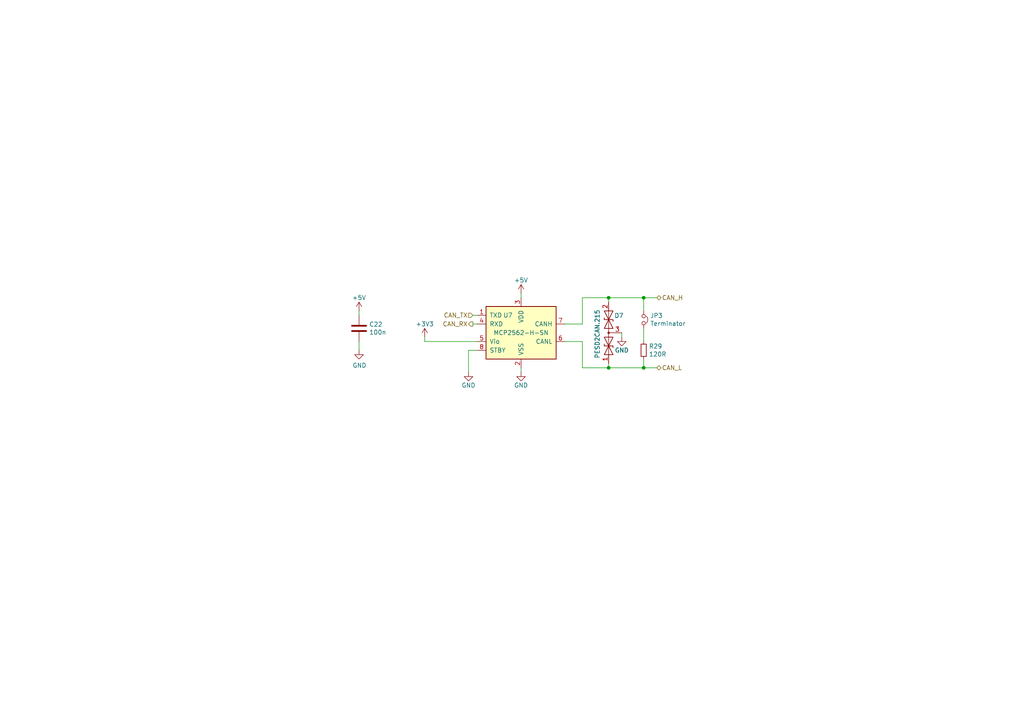
<source format=kicad_sch>
(kicad_sch (version 20230121) (generator eeschema)
  (paper "A4")
  (title_block (title "CAN Transceiver") (date "2023-04-22") (rev "2.0") (company "S. Sambor") (comment 1 "J. Jurczak") (comment 2 "P. Gawron") (comment 3 "I. Kajdan"))
  (lib_symbols
    (symbol "D_TVS_x2_AAC:D_TVS_x2_AAC-Device" (pin_names (offset 1.016) hide)
      (property "Reference" "D" (at 0 4.445 0))
      (property "Value" "D_TVS_x2_AAC-Device" (at 0 2.54 0))
      (symbol "D_TVS_x2_AAC-Device_0_0"
        (polyline (pts (xy 0 -1.27) (xy 0 0)))
      )
      (symbol "D_TVS_x2_AAC-Device_0_1"
        (polyline (pts (xy -6.35 0) (xy 6.35 0)))
        (polyline (pts (xy -3.302 1.27) (xy -3.81 1.27) (xy -3.81 -1.27) (xy -4.318 -1.27)) (stroke (width 0.2032)))
        (polyline (pts (xy 4.318 1.27) (xy 3.81 1.27) (xy 3.81 -1.27) (xy 3.302 -1.27)) (stroke (width 0.2032)))
        (polyline (pts (xy -6.35 -1.27) (xy -1.27 1.27) (xy -1.27 -1.27) (xy -6.35 1.27) (xy -6.35 -1.27)) (stroke (width 0.2032)))
        (polyline (pts (xy 1.27 -1.27) (xy 1.27 1.27) (xy 6.35 -1.27) (xy 6.35 1.27) (xy 1.27 -1.27)) (stroke (width 0.2032)))
        (circle (center 0 0) (radius 0.254) (fill (type outline)))
      )
      (symbol "D_TVS_x2_AAC-Device_1_1"
        (pin passive line (at -8.89 0 0) (length 2.54) (name "A1") (number "1"))
        (pin passive line (at 8.89 0 180) (length 2.54) (name "A2") (number "2"))
        (pin input line (at 0 -3.81 90) (length 2.54) (name "common") (number "3"))
      )
    )
    (symbol "Device:C" (pin_numbers hide) (pin_names (offset 0.254))
      (property "Reference" "C" (at 0.635 2.54 0))
      (property "Value" "C" (at 0.635 -2.54 0))
      (symbol "C_0_1"
        (polyline (pts (xy -2.032 -0.762) (xy 2.032 -0.762)) (stroke (width 0.508)))
        (polyline (pts (xy -2.032 0.762) (xy 2.032 0.762)) (stroke (width 0.508)))
      )
      (symbol "C_1_1"
        (pin passive line (at 0 3.81 270) (length 2.794) (name "~") (number "1"))
        (pin passive line (at 0 -3.81 90) (length 2.794) (name "~") (number "2"))
      )
    )
    (symbol "Device:R_Small" (pin_numbers hide) (pin_names (offset 0.254) hide)
      (property "Reference" "R" (at 0.762 0.508 0))
      (property "Value" "R_Small" (at 0.762 -1.016 0))
      (symbol "R_Small_0_1"
        (rectangle (start -0.762 1.778) (end 0.762 -1.778) (stroke (width 0.2032)))
      )
      (symbol "R_Small_1_1"
        (pin passive line (at 0 2.54 270) (length 0.762) (name "~") (number "1"))
        (pin passive line (at 0 -2.54 90) (length 0.762) (name "~") (number "2"))
      )
    )
    (symbol "Interface_CAN_LIN:MCP2562-H-SN" (pin_names (offset 1.016))
      (property "Reference" "U" (at -10.16 8.89 0))
      (property "Value" "MCP2562-H-SN" (at 2.54 8.89 0))
      (symbol "MCP2562-H-SN_0_1"
        (rectangle (start -10.16 7.62) (end 10.16 -7.62) (stroke (width 0.254)) (fill (type background)))
      )
      (symbol "MCP2562-H-SN_1_1"
        (pin input line (at -12.7 5.08 0) (length 2.54) (name "TXD") (number "1"))
        (pin power_in line (at 0 -10.16 90) (length 2.54) (name "VSS") (number "2"))
        (pin power_in line (at 0 10.16 270) (length 2.54) (name "VDD") (number "3"))
        (pin output line (at -12.7 2.54 0) (length 2.54) (name "RXD") (number "4"))
        (pin power_in line (at -12.7 -2.54 0) (length 2.54) (name "Vio") (number "5"))
        (pin bidirectional line (at 12.7 -2.54 180) (length 2.54) (name "CANL") (number "6"))
        (pin bidirectional line (at 12.7 2.54 180) (length 2.54) (name "CANH") (number "7"))
        (pin input line (at -12.7 -5.08 0) (length 2.54) (name "STBY") (number "8"))
      )
    )
    (symbol "Jumper_NC_Small:Jumper_NC_Small" (pin_numbers hide) (pin_names (offset 0.762) hide)
      (property "Reference" "JP" (at 0 2.032 0))
      (property "Value" "Device_Jumper_NC_Small" (at 0.254 -1.524 0))
      (symbol "Jumper_NC_Small_0_1"
        (circle (center -1.016 0) (radius 0.508))
        (circle (center 1.016 0) (radius 0.508))
        (arc (start 1.016 0.762) (mid 0 1.1828) (end -1.016 0.762))
        (pin passive line (at -2.54 0 0) (length 1.016) (name "1") (number "1"))
        (pin passive line (at 2.54 0 180) (length 1.016) (name "2") (number "2"))
      )
    )
    (symbol "power:+3V3" (power) (pin_names (offset 0))
      (property "Value" "+3V3" (at 0 3.556 0))
      (symbol "+3V3_0_1"
        (polyline (pts (xy -0.762 1.27) (xy 0 2.54)))
        (polyline (pts (xy 0 0) (xy 0 2.54)))
        (polyline (pts (xy 0 2.54) (xy 0.762 1.27)))
      )
      (symbol "+3V3_1_1"
        (pin power_in line (at 0 0 90) (length 0) hide (name "+3V3") (number "1"))
      )
    )
    (symbol "power:+5V" (power) (pin_names (offset 0))
      (property "Value" "+5V" (at 0 3.556 0))
      (symbol "+5V_0_1"
        (polyline (pts (xy -0.762 1.27) (xy 0 2.54)))
        (polyline (pts (xy 0 0) (xy 0 2.54)))
        (polyline (pts (xy 0 2.54) (xy 0.762 1.27)))
      )
      (symbol "+5V_1_1"
        (pin power_in line (at 0 0 90) (length 0) hide (name "+5V") (number "1"))
      )
    )
    (symbol "power:GND" (power) (pin_names (offset 0))
      (property "Value" "GND" (at 0 -3.81 0))
      (symbol "GND_0_1"
        (polyline (pts (xy 0 0) (xy 0 -1.27) (xy 1.27 -1.27) (xy 0 -2.54) (xy -1.27 -1.27) (xy 0 -1.27)))
      )
      (symbol "GND_1_1"
        (pin power_in line (at 0 0 270) (length 0) hide (name "GND") (number "1"))
      )
    )
  )
  (junction (at 176.53 86.36))
  (junction (at 176.53 106.68))
  (junction (at 186.69 106.68))
  (junction (at 186.69 86.36))
  (wire (pts (xy 168.91 93.98) (xy 163.83 93.98)))
  (wire (pts (xy 137.16 93.98) (xy 138.43 93.98)))
  (wire (pts (xy 186.69 106.68) (xy 186.69 104.14)))
  (wire (pts (xy 151.13 106.68) (xy 151.13 107.95)))
  (wire (pts (xy 168.91 86.36) (xy 176.53 86.36)))
  (wire (pts (xy 176.53 86.36) (xy 176.53 87.63)))
  (wire (pts (xy 104.14 99.06) (xy 104.14 101.6)))
  (wire (pts (xy 180.34 97.79) (xy 180.34 96.52)))
  (wire (pts (xy 176.53 86.36) (xy 186.69 86.36)))
  (wire (pts (xy 168.91 106.68) (xy 168.91 99.06)))
  (wire (pts (xy 135.89 101.6) (xy 135.89 107.95)))
  (wire (pts (xy 168.91 99.06) (xy 163.83 99.06)))
  (wire (pts (xy 123.19 99.06) (xy 138.43 99.06)))
  (wire (pts (xy 123.19 99.06) (xy 123.19 97.79)))
  (wire (pts (xy 186.69 90.17) (xy 186.69 86.36)))
  (wire (pts (xy 138.43 101.6) (xy 135.89 101.6)))
  (wire (pts (xy 186.69 86.36) (xy 190.5 86.36)))
  (wire (pts (xy 176.53 106.68) (xy 186.69 106.68)))
  (wire (pts (xy 186.69 106.68) (xy 190.5 106.68)))
  (wire (pts (xy 151.13 85.09) (xy 151.13 86.36)))
  (wire (pts (xy 104.14 90.17) (xy 104.14 91.44)))
  (wire (pts (xy 168.91 86.36) (xy 168.91 93.98)))
  (wire (pts (xy 186.69 99.06) (xy 186.69 95.25)))
  (wire (pts (xy 168.91 106.68) (xy 176.53 106.68)))
  (wire (pts (xy 137.16 91.44) (xy 138.43 91.44)))
  (wire (pts (xy 176.53 105.41) (xy 176.53 106.68)))
  (hierarchical_label "CAN_H" (shape bidirectional) (at 190.5 86.36 0))
  (hierarchical_label "CAN_TX" (shape input) (at 137.16 91.44 180))
  (hierarchical_label "CAN_RX" (shape output) (at 137.16 93.98 180))
  (hierarchical_label "CAN_L" (shape bidirectional) (at 190.5 106.68 0))
  (symbol (lib_id "Interface_CAN_LIN:MCP2562-H-SN") (at 151.13 96.52 0) (unit 1)
    (property "Reference" "U7" (at 147.32 91.44 0))
    (property "Value" "MCP2562-H-SN" (at 151.13 96.52 0))
    (property "Footprint" "Package_SO:SOIC-8_3.9x4.9mm_P1.27mm" (effects hide))
    (property "Datasheet" "http://ww1.microchip.com/downloads/en/DeviceDoc/25167A.pdf" (effects hide))
  )
  (symbol (lib_id "power:GND") (at 104.14 101.6 0) (unit 1)
    (property "Reference" "#PWR036" (effects hide))
    (property "Value" "GND" (at 104.267 105.9942 0))
  )
  (symbol (lib_id "power:GND") (at 151.13 107.95 0) (unit 1)
    (property "Reference" "#PWR039" (effects hide))
    (property "Value" "GND" (at 151.13 111.76 0))
  )
  (symbol (lib_id "power:+5V") (at 151.13 85.09 0) (unit 1)
    (property "Reference" "#PWR038" (effects hide))
    (property "Value" "+5V" (at 151.13 81.28 0))
  )
  (symbol (lib_id "Device:C") (at 104.14 95.25 0) (unit 1)
    (property "Reference" "C22" (at 107.061 94.0816 0) (effects (justify left)))
    (property "Value" "100n" (at 107.061 96.393 0) (effects (justify left)))
    (property "Footprint" "Capacitor_SMD:C_0603_1608Metric_Pad1.08x0.95mm_HandSolder" (effects hide))
  )
  (symbol (lib_id "Device:R_Small") (at 186.69 101.6 0) (unit 1)
    (property "Reference" "R29" (at 188.1886 100.4316 0) (effects (justify left)))
    (property "Value" "120R" (at 188.1886 102.743 0) (effects (justify left)))
    (property "Footprint" "Resistor_SMD:R_0603_1608Metric_Pad0.98x0.95mm_HandSolder" (effects hide))
  )
  (symbol (lib_id "D_TVS_x2_AAC:D_TVS_x2_AAC-Device") (at 176.53 96.52 90) (unit 1)
    (property "Reference" "D7" (at 180.8734 91.5416 90) (effects (justify left)))
    (property "Value" "PESD2CAN.215" (at 173.2534 104.013 0) (effects (justify left)))
    (property "Footprint" "Package_TO_SOT_SMD:SOT-23" (effects hide))
  )
  (symbol (lib_id "power:GND") (at 180.34 97.79 0) (unit 1)
    (property "Reference" "#PWR040" (effects hide))
    (property "Value" "GND" (at 180.34 101.6 0))
  )
  (symbol (lib_id "Jumper_NC_Small:Jumper_NC_Small") (at 186.69 92.71 270) (unit 1)
    (property "Reference" "JP3" (at 188.5696 91.5416 90) (effects (justify left)))
    (property "Value" "Terminator" (at 188.5696 93.853 90) (effects (justify left)))
    (property "Footprint" "Connector_PinHeader_2.54mm:PinHeader_1x02_P2.54mm_Vertical" (effects hide))
  )
  (symbol (lib_id "power:GND") (at 135.89 107.95 0) (unit 1)
    (property "Reference" "#PWR037" (effects hide))
    (property "Value" "GND" (at 135.89 111.76 0))
  )
  (symbol (lib_id "power:+3V3") (at 123.19 97.79 0) (unit 1)
    (property "Reference" "#PWR062" (effects hide))
    (property "Value" "+3V3" (at 123.19 93.98 0))
    (instances (project "apps" (path "" (reference "#PWR062") (unit 1)) (path "" (reference "#PWR068") (unit 1))))
  )
  (symbol (lib_id "power:+5V") (at 104.14 90.17 0) (unit 1)
    (property "Reference" "#PWR035" (effects hide))
    (property "Value" "+5V" (at 104.14 86.36 0))
  )
)
</source>
